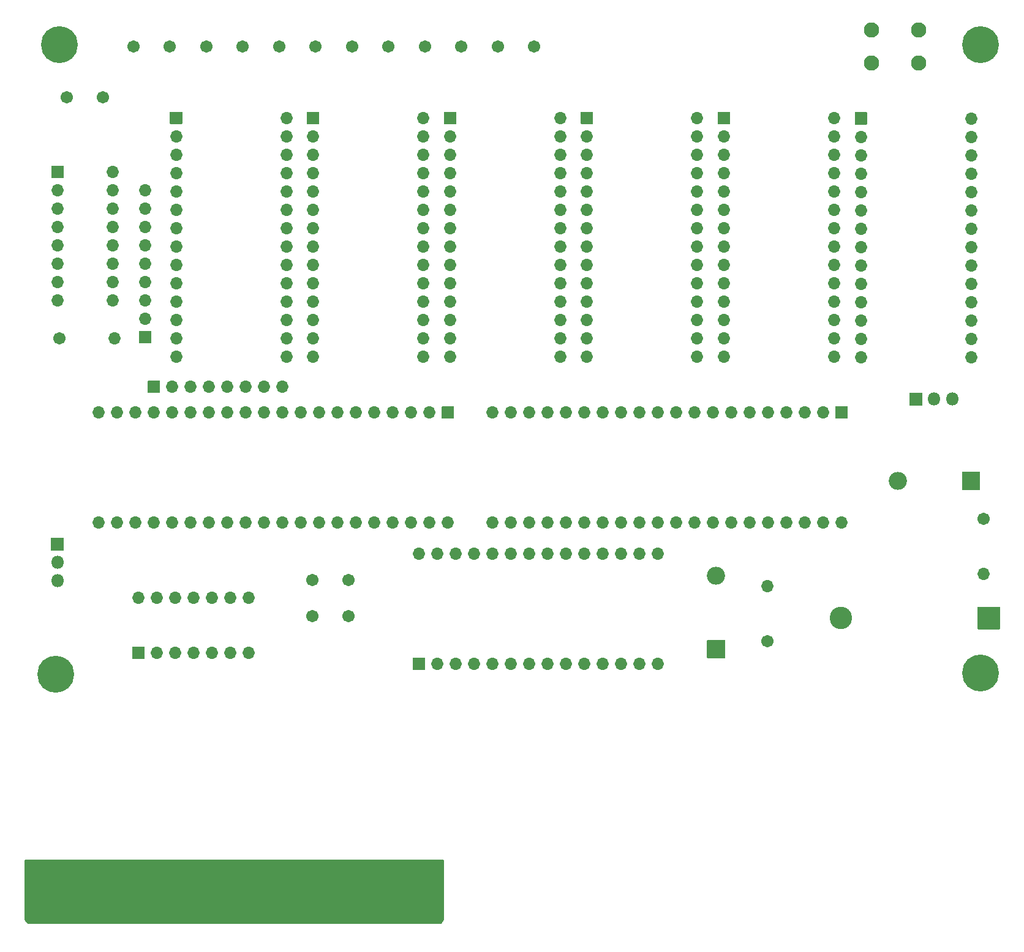
<source format=gts>
G04 #@! TF.GenerationSoftware,KiCad,Pcbnew,(5.1.9)-1*
G04 #@! TF.CreationDate,2023-04-19T14:15:06+01:00*
G04 #@! TF.ProjectId,C64RAMCart,43363452-414d-4436-9172-742e6b696361,rev?*
G04 #@! TF.SameCoordinates,Original*
G04 #@! TF.FileFunction,Soldermask,Top*
G04 #@! TF.FilePolarity,Negative*
%FSLAX46Y46*%
G04 Gerber Fmt 4.6, Leading zero omitted, Abs format (unit mm)*
G04 Created by KiCad (PCBNEW (5.1.9)-1) date 2023-04-19 14:15:06*
%MOMM*%
%LPD*%
G01*
G04 APERTURE LIST*
%ADD10C,3.102000*%
%ADD11C,1.702000*%
%ADD12C,2.102000*%
%ADD13O,2.502000X2.502000*%
%ADD14O,1.702000X1.702000*%
%ADD15O,1.802000X1.802000*%
%ADD16C,5.100000*%
%ADD17C,0.254000*%
%ADD18C,0.100000*%
G04 APERTURE END LIST*
G36*
G01*
X214930000Y-117970000D02*
X214930000Y-120970000D01*
G75*
G02*
X214879000Y-121021000I-51000J0D01*
G01*
X211879000Y-121021000D01*
G75*
G02*
X211828000Y-120970000I0J51000D01*
G01*
X211828000Y-117970000D01*
G75*
G02*
X211879000Y-117919000I51000J0D01*
G01*
X214879000Y-117919000D01*
G75*
G02*
X214930000Y-117970000I0J-51000D01*
G01*
G37*
D10*
X192889000Y-119470000D03*
D11*
X145504000Y-40370000D03*
X150504000Y-40370000D03*
X135424000Y-40370000D03*
X140424000Y-40370000D03*
X125344000Y-40370000D03*
X130344000Y-40370000D03*
X115264000Y-40370000D03*
X120264000Y-40370000D03*
X105184000Y-40370000D03*
X110184000Y-40370000D03*
X100104000Y-40370000D03*
X95104000Y-40370000D03*
D12*
X197204000Y-42620000D03*
X197204000Y-38120000D03*
X203704000Y-42620000D03*
X203704000Y-38120000D03*
G36*
G01*
X134904000Y-161432000D02*
X134904000Y-153432000D01*
G75*
G02*
X134955000Y-153381000I51000J0D01*
G01*
X136455000Y-153381000D01*
G75*
G02*
X136506000Y-153432000I0J-51000D01*
G01*
X136506000Y-161432000D01*
G75*
G02*
X136455000Y-161483000I-51000J0D01*
G01*
X134955000Y-161483000D01*
G75*
G02*
X134904000Y-161432000I0J51000D01*
G01*
G37*
G36*
G01*
X132364000Y-161432000D02*
X132364000Y-153432000D01*
G75*
G02*
X132415000Y-153381000I51000J0D01*
G01*
X133915000Y-153381000D01*
G75*
G02*
X133966000Y-153432000I0J-51000D01*
G01*
X133966000Y-161432000D01*
G75*
G02*
X133915000Y-161483000I-51000J0D01*
G01*
X132415000Y-161483000D01*
G75*
G02*
X132364000Y-161432000I0J51000D01*
G01*
G37*
G36*
G01*
X129824000Y-161432000D02*
X129824000Y-153432000D01*
G75*
G02*
X129875000Y-153381000I51000J0D01*
G01*
X131375000Y-153381000D01*
G75*
G02*
X131426000Y-153432000I0J-51000D01*
G01*
X131426000Y-161432000D01*
G75*
G02*
X131375000Y-161483000I-51000J0D01*
G01*
X129875000Y-161483000D01*
G75*
G02*
X129824000Y-161432000I0J51000D01*
G01*
G37*
G36*
G01*
X127284000Y-161432000D02*
X127284000Y-153432000D01*
G75*
G02*
X127335000Y-153381000I51000J0D01*
G01*
X128835000Y-153381000D01*
G75*
G02*
X128886000Y-153432000I0J-51000D01*
G01*
X128886000Y-161432000D01*
G75*
G02*
X128835000Y-161483000I-51000J0D01*
G01*
X127335000Y-161483000D01*
G75*
G02*
X127284000Y-161432000I0J51000D01*
G01*
G37*
G36*
G01*
X124744000Y-161432000D02*
X124744000Y-153432000D01*
G75*
G02*
X124795000Y-153381000I51000J0D01*
G01*
X126295000Y-153381000D01*
G75*
G02*
X126346000Y-153432000I0J-51000D01*
G01*
X126346000Y-161432000D01*
G75*
G02*
X126295000Y-161483000I-51000J0D01*
G01*
X124795000Y-161483000D01*
G75*
G02*
X124744000Y-161432000I0J51000D01*
G01*
G37*
G36*
G01*
X122204000Y-161432000D02*
X122204000Y-153432000D01*
G75*
G02*
X122255000Y-153381000I51000J0D01*
G01*
X123755000Y-153381000D01*
G75*
G02*
X123806000Y-153432000I0J-51000D01*
G01*
X123806000Y-161432000D01*
G75*
G02*
X123755000Y-161483000I-51000J0D01*
G01*
X122255000Y-161483000D01*
G75*
G02*
X122204000Y-161432000I0J51000D01*
G01*
G37*
G36*
G01*
X119664000Y-161432000D02*
X119664000Y-153432000D01*
G75*
G02*
X119715000Y-153381000I51000J0D01*
G01*
X121215000Y-153381000D01*
G75*
G02*
X121266000Y-153432000I0J-51000D01*
G01*
X121266000Y-161432000D01*
G75*
G02*
X121215000Y-161483000I-51000J0D01*
G01*
X119715000Y-161483000D01*
G75*
G02*
X119664000Y-161432000I0J51000D01*
G01*
G37*
G36*
G01*
X117124000Y-161432000D02*
X117124000Y-153432000D01*
G75*
G02*
X117175000Y-153381000I51000J0D01*
G01*
X118675000Y-153381000D01*
G75*
G02*
X118726000Y-153432000I0J-51000D01*
G01*
X118726000Y-161432000D01*
G75*
G02*
X118675000Y-161483000I-51000J0D01*
G01*
X117175000Y-161483000D01*
G75*
G02*
X117124000Y-161432000I0J51000D01*
G01*
G37*
G36*
G01*
X114584000Y-161432000D02*
X114584000Y-153432000D01*
G75*
G02*
X114635000Y-153381000I51000J0D01*
G01*
X116135000Y-153381000D01*
G75*
G02*
X116186000Y-153432000I0J-51000D01*
G01*
X116186000Y-161432000D01*
G75*
G02*
X116135000Y-161483000I-51000J0D01*
G01*
X114635000Y-161483000D01*
G75*
G02*
X114584000Y-161432000I0J51000D01*
G01*
G37*
G36*
G01*
X112044000Y-161432000D02*
X112044000Y-153432000D01*
G75*
G02*
X112095000Y-153381000I51000J0D01*
G01*
X113595000Y-153381000D01*
G75*
G02*
X113646000Y-153432000I0J-51000D01*
G01*
X113646000Y-161432000D01*
G75*
G02*
X113595000Y-161483000I-51000J0D01*
G01*
X112095000Y-161483000D01*
G75*
G02*
X112044000Y-161432000I0J51000D01*
G01*
G37*
G36*
G01*
X109504000Y-161432000D02*
X109504000Y-153432000D01*
G75*
G02*
X109555000Y-153381000I51000J0D01*
G01*
X111055000Y-153381000D01*
G75*
G02*
X111106000Y-153432000I0J-51000D01*
G01*
X111106000Y-161432000D01*
G75*
G02*
X111055000Y-161483000I-51000J0D01*
G01*
X109555000Y-161483000D01*
G75*
G02*
X109504000Y-161432000I0J51000D01*
G01*
G37*
G36*
G01*
X106964000Y-161432000D02*
X106964000Y-153432000D01*
G75*
G02*
X107015000Y-153381000I51000J0D01*
G01*
X108515000Y-153381000D01*
G75*
G02*
X108566000Y-153432000I0J-51000D01*
G01*
X108566000Y-161432000D01*
G75*
G02*
X108515000Y-161483000I-51000J0D01*
G01*
X107015000Y-161483000D01*
G75*
G02*
X106964000Y-161432000I0J51000D01*
G01*
G37*
G36*
G01*
X104424000Y-161432000D02*
X104424000Y-153432000D01*
G75*
G02*
X104475000Y-153381000I51000J0D01*
G01*
X105975000Y-153381000D01*
G75*
G02*
X106026000Y-153432000I0J-51000D01*
G01*
X106026000Y-161432000D01*
G75*
G02*
X105975000Y-161483000I-51000J0D01*
G01*
X104475000Y-161483000D01*
G75*
G02*
X104424000Y-161432000I0J51000D01*
G01*
G37*
G36*
G01*
X101884000Y-161432000D02*
X101884000Y-153432000D01*
G75*
G02*
X101935000Y-153381000I51000J0D01*
G01*
X103435000Y-153381000D01*
G75*
G02*
X103486000Y-153432000I0J-51000D01*
G01*
X103486000Y-161432000D01*
G75*
G02*
X103435000Y-161483000I-51000J0D01*
G01*
X101935000Y-161483000D01*
G75*
G02*
X101884000Y-161432000I0J51000D01*
G01*
G37*
G36*
G01*
X99344000Y-161432000D02*
X99344000Y-153432000D01*
G75*
G02*
X99395000Y-153381000I51000J0D01*
G01*
X100895000Y-153381000D01*
G75*
G02*
X100946000Y-153432000I0J-51000D01*
G01*
X100946000Y-161432000D01*
G75*
G02*
X100895000Y-161483000I-51000J0D01*
G01*
X99395000Y-161483000D01*
G75*
G02*
X99344000Y-161432000I0J51000D01*
G01*
G37*
G36*
G01*
X96804000Y-161432000D02*
X96804000Y-153432000D01*
G75*
G02*
X96855000Y-153381000I51000J0D01*
G01*
X98355000Y-153381000D01*
G75*
G02*
X98406000Y-153432000I0J-51000D01*
G01*
X98406000Y-161432000D01*
G75*
G02*
X98355000Y-161483000I-51000J0D01*
G01*
X96855000Y-161483000D01*
G75*
G02*
X96804000Y-161432000I0J51000D01*
G01*
G37*
G36*
G01*
X94264000Y-161432000D02*
X94264000Y-153432000D01*
G75*
G02*
X94315000Y-153381000I51000J0D01*
G01*
X95815000Y-153381000D01*
G75*
G02*
X95866000Y-153432000I0J-51000D01*
G01*
X95866000Y-161432000D01*
G75*
G02*
X95815000Y-161483000I-51000J0D01*
G01*
X94315000Y-161483000D01*
G75*
G02*
X94264000Y-161432000I0J51000D01*
G01*
G37*
G36*
G01*
X91724000Y-161432000D02*
X91724000Y-153432000D01*
G75*
G02*
X91775000Y-153381000I51000J0D01*
G01*
X93275000Y-153381000D01*
G75*
G02*
X93326000Y-153432000I0J-51000D01*
G01*
X93326000Y-161432000D01*
G75*
G02*
X93275000Y-161483000I-51000J0D01*
G01*
X91775000Y-161483000D01*
G75*
G02*
X91724000Y-161432000I0J51000D01*
G01*
G37*
G36*
G01*
X89184000Y-161432000D02*
X89184000Y-153432000D01*
G75*
G02*
X89235000Y-153381000I51000J0D01*
G01*
X90735000Y-153381000D01*
G75*
G02*
X90786000Y-153432000I0J-51000D01*
G01*
X90786000Y-161432000D01*
G75*
G02*
X90735000Y-161483000I-51000J0D01*
G01*
X89235000Y-161483000D01*
G75*
G02*
X89184000Y-161432000I0J51000D01*
G01*
G37*
G36*
G01*
X86644000Y-161432000D02*
X86644000Y-153432000D01*
G75*
G02*
X86695000Y-153381000I51000J0D01*
G01*
X88195000Y-153381000D01*
G75*
G02*
X88246000Y-153432000I0J-51000D01*
G01*
X88246000Y-161432000D01*
G75*
G02*
X88195000Y-161483000I-51000J0D01*
G01*
X86695000Y-161483000D01*
G75*
G02*
X86644000Y-161432000I0J51000D01*
G01*
G37*
G36*
G01*
X84104000Y-161432000D02*
X84104000Y-153432000D01*
G75*
G02*
X84155000Y-153381000I51000J0D01*
G01*
X85655000Y-153381000D01*
G75*
G02*
X85706000Y-153432000I0J-51000D01*
G01*
X85706000Y-161432000D01*
G75*
G02*
X85655000Y-161483000I-51000J0D01*
G01*
X84155000Y-161483000D01*
G75*
G02*
X84104000Y-161432000I0J51000D01*
G01*
G37*
G36*
G01*
X81564000Y-161432000D02*
X81564000Y-153432000D01*
G75*
G02*
X81615000Y-153381000I51000J0D01*
G01*
X83115000Y-153381000D01*
G75*
G02*
X83166000Y-153432000I0J-51000D01*
G01*
X83166000Y-161432000D01*
G75*
G02*
X83115000Y-161483000I-51000J0D01*
G01*
X81615000Y-161483000D01*
G75*
G02*
X81564000Y-161432000I0J51000D01*
G01*
G37*
G36*
G01*
X134904000Y-161432000D02*
X134904000Y-153432000D01*
G75*
G02*
X134955000Y-153381000I51000J0D01*
G01*
X136455000Y-153381000D01*
G75*
G02*
X136506000Y-153432000I0J-51000D01*
G01*
X136506000Y-161432000D01*
G75*
G02*
X136455000Y-161483000I-51000J0D01*
G01*
X134955000Y-161483000D01*
G75*
G02*
X134904000Y-161432000I0J51000D01*
G01*
G37*
G36*
G01*
X132364000Y-161432000D02*
X132364000Y-153432000D01*
G75*
G02*
X132415000Y-153381000I51000J0D01*
G01*
X133915000Y-153381000D01*
G75*
G02*
X133966000Y-153432000I0J-51000D01*
G01*
X133966000Y-161432000D01*
G75*
G02*
X133915000Y-161483000I-51000J0D01*
G01*
X132415000Y-161483000D01*
G75*
G02*
X132364000Y-161432000I0J51000D01*
G01*
G37*
G36*
G01*
X129824000Y-161432000D02*
X129824000Y-153432000D01*
G75*
G02*
X129875000Y-153381000I51000J0D01*
G01*
X131375000Y-153381000D01*
G75*
G02*
X131426000Y-153432000I0J-51000D01*
G01*
X131426000Y-161432000D01*
G75*
G02*
X131375000Y-161483000I-51000J0D01*
G01*
X129875000Y-161483000D01*
G75*
G02*
X129824000Y-161432000I0J51000D01*
G01*
G37*
G36*
G01*
X127284000Y-161432000D02*
X127284000Y-153432000D01*
G75*
G02*
X127335000Y-153381000I51000J0D01*
G01*
X128835000Y-153381000D01*
G75*
G02*
X128886000Y-153432000I0J-51000D01*
G01*
X128886000Y-161432000D01*
G75*
G02*
X128835000Y-161483000I-51000J0D01*
G01*
X127335000Y-161483000D01*
G75*
G02*
X127284000Y-161432000I0J51000D01*
G01*
G37*
G36*
G01*
X124744000Y-161432000D02*
X124744000Y-153432000D01*
G75*
G02*
X124795000Y-153381000I51000J0D01*
G01*
X126295000Y-153381000D01*
G75*
G02*
X126346000Y-153432000I0J-51000D01*
G01*
X126346000Y-161432000D01*
G75*
G02*
X126295000Y-161483000I-51000J0D01*
G01*
X124795000Y-161483000D01*
G75*
G02*
X124744000Y-161432000I0J51000D01*
G01*
G37*
G36*
G01*
X122204000Y-161432000D02*
X122204000Y-153432000D01*
G75*
G02*
X122255000Y-153381000I51000J0D01*
G01*
X123755000Y-153381000D01*
G75*
G02*
X123806000Y-153432000I0J-51000D01*
G01*
X123806000Y-161432000D01*
G75*
G02*
X123755000Y-161483000I-51000J0D01*
G01*
X122255000Y-161483000D01*
G75*
G02*
X122204000Y-161432000I0J51000D01*
G01*
G37*
G36*
G01*
X119664000Y-161432000D02*
X119664000Y-153432000D01*
G75*
G02*
X119715000Y-153381000I51000J0D01*
G01*
X121215000Y-153381000D01*
G75*
G02*
X121266000Y-153432000I0J-51000D01*
G01*
X121266000Y-161432000D01*
G75*
G02*
X121215000Y-161483000I-51000J0D01*
G01*
X119715000Y-161483000D01*
G75*
G02*
X119664000Y-161432000I0J51000D01*
G01*
G37*
G36*
G01*
X117124000Y-161432000D02*
X117124000Y-153432000D01*
G75*
G02*
X117175000Y-153381000I51000J0D01*
G01*
X118675000Y-153381000D01*
G75*
G02*
X118726000Y-153432000I0J-51000D01*
G01*
X118726000Y-161432000D01*
G75*
G02*
X118675000Y-161483000I-51000J0D01*
G01*
X117175000Y-161483000D01*
G75*
G02*
X117124000Y-161432000I0J51000D01*
G01*
G37*
G36*
G01*
X114584000Y-161432000D02*
X114584000Y-153432000D01*
G75*
G02*
X114635000Y-153381000I51000J0D01*
G01*
X116135000Y-153381000D01*
G75*
G02*
X116186000Y-153432000I0J-51000D01*
G01*
X116186000Y-161432000D01*
G75*
G02*
X116135000Y-161483000I-51000J0D01*
G01*
X114635000Y-161483000D01*
G75*
G02*
X114584000Y-161432000I0J51000D01*
G01*
G37*
G36*
G01*
X112044000Y-161432000D02*
X112044000Y-153432000D01*
G75*
G02*
X112095000Y-153381000I51000J0D01*
G01*
X113595000Y-153381000D01*
G75*
G02*
X113646000Y-153432000I0J-51000D01*
G01*
X113646000Y-161432000D01*
G75*
G02*
X113595000Y-161483000I-51000J0D01*
G01*
X112095000Y-161483000D01*
G75*
G02*
X112044000Y-161432000I0J51000D01*
G01*
G37*
G36*
G01*
X109504000Y-161432000D02*
X109504000Y-153432000D01*
G75*
G02*
X109555000Y-153381000I51000J0D01*
G01*
X111055000Y-153381000D01*
G75*
G02*
X111106000Y-153432000I0J-51000D01*
G01*
X111106000Y-161432000D01*
G75*
G02*
X111055000Y-161483000I-51000J0D01*
G01*
X109555000Y-161483000D01*
G75*
G02*
X109504000Y-161432000I0J51000D01*
G01*
G37*
G36*
G01*
X106964000Y-161432000D02*
X106964000Y-153432000D01*
G75*
G02*
X107015000Y-153381000I51000J0D01*
G01*
X108515000Y-153381000D01*
G75*
G02*
X108566000Y-153432000I0J-51000D01*
G01*
X108566000Y-161432000D01*
G75*
G02*
X108515000Y-161483000I-51000J0D01*
G01*
X107015000Y-161483000D01*
G75*
G02*
X106964000Y-161432000I0J51000D01*
G01*
G37*
G36*
G01*
X104424000Y-161432000D02*
X104424000Y-153432000D01*
G75*
G02*
X104475000Y-153381000I51000J0D01*
G01*
X105975000Y-153381000D01*
G75*
G02*
X106026000Y-153432000I0J-51000D01*
G01*
X106026000Y-161432000D01*
G75*
G02*
X105975000Y-161483000I-51000J0D01*
G01*
X104475000Y-161483000D01*
G75*
G02*
X104424000Y-161432000I0J51000D01*
G01*
G37*
G36*
G01*
X101884000Y-161432000D02*
X101884000Y-153432000D01*
G75*
G02*
X101935000Y-153381000I51000J0D01*
G01*
X103435000Y-153381000D01*
G75*
G02*
X103486000Y-153432000I0J-51000D01*
G01*
X103486000Y-161432000D01*
G75*
G02*
X103435000Y-161483000I-51000J0D01*
G01*
X101935000Y-161483000D01*
G75*
G02*
X101884000Y-161432000I0J51000D01*
G01*
G37*
G36*
G01*
X99344000Y-161432000D02*
X99344000Y-153432000D01*
G75*
G02*
X99395000Y-153381000I51000J0D01*
G01*
X100895000Y-153381000D01*
G75*
G02*
X100946000Y-153432000I0J-51000D01*
G01*
X100946000Y-161432000D01*
G75*
G02*
X100895000Y-161483000I-51000J0D01*
G01*
X99395000Y-161483000D01*
G75*
G02*
X99344000Y-161432000I0J51000D01*
G01*
G37*
G36*
G01*
X96804000Y-161432000D02*
X96804000Y-153432000D01*
G75*
G02*
X96855000Y-153381000I51000J0D01*
G01*
X98355000Y-153381000D01*
G75*
G02*
X98406000Y-153432000I0J-51000D01*
G01*
X98406000Y-161432000D01*
G75*
G02*
X98355000Y-161483000I-51000J0D01*
G01*
X96855000Y-161483000D01*
G75*
G02*
X96804000Y-161432000I0J51000D01*
G01*
G37*
G36*
G01*
X94264000Y-161432000D02*
X94264000Y-153432000D01*
G75*
G02*
X94315000Y-153381000I51000J0D01*
G01*
X95815000Y-153381000D01*
G75*
G02*
X95866000Y-153432000I0J-51000D01*
G01*
X95866000Y-161432000D01*
G75*
G02*
X95815000Y-161483000I-51000J0D01*
G01*
X94315000Y-161483000D01*
G75*
G02*
X94264000Y-161432000I0J51000D01*
G01*
G37*
G36*
G01*
X91724000Y-161432000D02*
X91724000Y-153432000D01*
G75*
G02*
X91775000Y-153381000I51000J0D01*
G01*
X93275000Y-153381000D01*
G75*
G02*
X93326000Y-153432000I0J-51000D01*
G01*
X93326000Y-161432000D01*
G75*
G02*
X93275000Y-161483000I-51000J0D01*
G01*
X91775000Y-161483000D01*
G75*
G02*
X91724000Y-161432000I0J51000D01*
G01*
G37*
G36*
G01*
X89184000Y-161432000D02*
X89184000Y-153432000D01*
G75*
G02*
X89235000Y-153381000I51000J0D01*
G01*
X90735000Y-153381000D01*
G75*
G02*
X90786000Y-153432000I0J-51000D01*
G01*
X90786000Y-161432000D01*
G75*
G02*
X90735000Y-161483000I-51000J0D01*
G01*
X89235000Y-161483000D01*
G75*
G02*
X89184000Y-161432000I0J51000D01*
G01*
G37*
G36*
G01*
X86644000Y-161432000D02*
X86644000Y-153432000D01*
G75*
G02*
X86695000Y-153381000I51000J0D01*
G01*
X88195000Y-153381000D01*
G75*
G02*
X88246000Y-153432000I0J-51000D01*
G01*
X88246000Y-161432000D01*
G75*
G02*
X88195000Y-161483000I-51000J0D01*
G01*
X86695000Y-161483000D01*
G75*
G02*
X86644000Y-161432000I0J51000D01*
G01*
G37*
G36*
G01*
X84104000Y-161432000D02*
X84104000Y-153432000D01*
G75*
G02*
X84155000Y-153381000I51000J0D01*
G01*
X85655000Y-153381000D01*
G75*
G02*
X85706000Y-153432000I0J-51000D01*
G01*
X85706000Y-161432000D01*
G75*
G02*
X85655000Y-161483000I-51000J0D01*
G01*
X84155000Y-161483000D01*
G75*
G02*
X84104000Y-161432000I0J51000D01*
G01*
G37*
G36*
G01*
X81564000Y-161432000D02*
X81564000Y-153432000D01*
G75*
G02*
X81615000Y-153381000I51000J0D01*
G01*
X83115000Y-153381000D01*
G75*
G02*
X83166000Y-153432000I0J-51000D01*
G01*
X83166000Y-161432000D01*
G75*
G02*
X83115000Y-161483000I-51000J0D01*
G01*
X81615000Y-161483000D01*
G75*
G02*
X81564000Y-161432000I0J51000D01*
G01*
G37*
D11*
X85879000Y-47420000D03*
X90879000Y-47420000D03*
X119819000Y-114215000D03*
X124819000Y-114215000D03*
D13*
X200769000Y-100470000D03*
G36*
G01*
X212180000Y-99270000D02*
X212180000Y-101670000D01*
G75*
G02*
X212129000Y-101721000I-51000J0D01*
G01*
X209729000Y-101721000D01*
G75*
G02*
X209678000Y-101670000I0J51000D01*
G01*
X209678000Y-99270000D01*
G75*
G02*
X209729000Y-99219000I51000J0D01*
G01*
X212129000Y-99219000D01*
G75*
G02*
X212180000Y-99270000I0J-51000D01*
G01*
G37*
G36*
G01*
X176879000Y-124996000D02*
X174479000Y-124996000D01*
G75*
G02*
X174428000Y-124945000I0J51000D01*
G01*
X174428000Y-122545000D01*
G75*
G02*
X174479000Y-122494000I51000J0D01*
G01*
X176879000Y-122494000D01*
G75*
G02*
X176930000Y-122545000I0J-51000D01*
G01*
X176930000Y-124945000D01*
G75*
G02*
X176879000Y-124996000I-51000J0D01*
G01*
G37*
X175679000Y-113585000D03*
D11*
X182754000Y-122645000D03*
D14*
X182754000Y-115025000D03*
G36*
G01*
X204124000Y-90071000D02*
X202424000Y-90071000D01*
G75*
G02*
X202373000Y-90020000I0J51000D01*
G01*
X202373000Y-88320000D01*
G75*
G02*
X202424000Y-88269000I51000J0D01*
G01*
X204124000Y-88269000D01*
G75*
G02*
X204175000Y-88320000I0J-51000D01*
G01*
X204175000Y-90020000D01*
G75*
G02*
X204124000Y-90071000I-51000J0D01*
G01*
G37*
D15*
X205814000Y-89170000D03*
X208354000Y-89170000D03*
G36*
G01*
X96619000Y-125136000D02*
X95019000Y-125136000D01*
G75*
G02*
X94968000Y-125085000I0J51000D01*
G01*
X94968000Y-123485000D01*
G75*
G02*
X95019000Y-123434000I51000J0D01*
G01*
X96619000Y-123434000D01*
G75*
G02*
X96670000Y-123485000I0J-51000D01*
G01*
X96670000Y-125085000D01*
G75*
G02*
X96619000Y-125136000I-51000J0D01*
G01*
G37*
D14*
X111059000Y-116665000D03*
X98359000Y-124285000D03*
X108519000Y-116665000D03*
X100899000Y-124285000D03*
X105979000Y-116665000D03*
X103439000Y-124285000D03*
X103439000Y-116665000D03*
X105979000Y-124285000D03*
X100899000Y-116665000D03*
X108519000Y-124285000D03*
X98359000Y-116665000D03*
X111059000Y-124285000D03*
X95819000Y-116665000D03*
D11*
X119819000Y-119195000D03*
X124819000Y-119195000D03*
D14*
X212679000Y-113340000D03*
D11*
X212679000Y-105720000D03*
X84879000Y-80720000D03*
D14*
X92499000Y-80720000D03*
G36*
G01*
X97539000Y-81456000D02*
X95939000Y-81456000D01*
G75*
G02*
X95888000Y-81405000I0J51000D01*
G01*
X95888000Y-79805000D01*
G75*
G02*
X95939000Y-79754000I51000J0D01*
G01*
X97539000Y-79754000D01*
G75*
G02*
X97590000Y-79805000I0J-51000D01*
G01*
X97590000Y-81405000D01*
G75*
G02*
X97539000Y-81456000I-51000J0D01*
G01*
G37*
X96739000Y-78065000D03*
X96739000Y-75525000D03*
X96739000Y-72985000D03*
X96739000Y-70445000D03*
X96739000Y-67905000D03*
X96739000Y-65365000D03*
X96739000Y-62825000D03*
X96739000Y-60285000D03*
G36*
G01*
X97098999Y-88275000D02*
X97098999Y-86675000D01*
G75*
G02*
X97149999Y-86624000I51000J0D01*
G01*
X98749999Y-86624000D01*
G75*
G02*
X98800999Y-86675000I0J-51000D01*
G01*
X98800999Y-88275000D01*
G75*
G02*
X98749999Y-88326000I-51000J0D01*
G01*
X97149999Y-88326000D01*
G75*
G02*
X97098999Y-88275000I0J51000D01*
G01*
G37*
X100489999Y-87475000D03*
X103029999Y-87475000D03*
X105569999Y-87475000D03*
X108109999Y-87475000D03*
X110649999Y-87475000D03*
X113189999Y-87475000D03*
X115729999Y-87475000D03*
D15*
X84619000Y-114305000D03*
X84619000Y-111765000D03*
G36*
G01*
X83718000Y-110075000D02*
X83718000Y-108375000D01*
G75*
G02*
X83769000Y-108324000I51000J0D01*
G01*
X85469000Y-108324000D01*
G75*
G02*
X85520000Y-108375000I0J-51000D01*
G01*
X85520000Y-110075000D01*
G75*
G02*
X85469000Y-110126000I-51000J0D01*
G01*
X83769000Y-110126000D01*
G75*
G02*
X83718000Y-110075000I0J51000D01*
G01*
G37*
G36*
G01*
X83778000Y-58545000D02*
X83778000Y-56945000D01*
G75*
G02*
X83829000Y-56894000I51000J0D01*
G01*
X85429000Y-56894000D01*
G75*
G02*
X85480000Y-56945000I0J-51000D01*
G01*
X85480000Y-58545000D01*
G75*
G02*
X85429000Y-58596000I-51000J0D01*
G01*
X83829000Y-58596000D01*
G75*
G02*
X83778000Y-58545000I0J51000D01*
G01*
G37*
D14*
X92249000Y-75525000D03*
X84629000Y-60285000D03*
X92249000Y-72985000D03*
X84629000Y-62825000D03*
X92249000Y-70445000D03*
X84629000Y-65365000D03*
X92249000Y-67905000D03*
X84629000Y-67905000D03*
X92249000Y-65365000D03*
X84629000Y-70445000D03*
X92249000Y-62825000D03*
X84629000Y-72985000D03*
X92249000Y-60285000D03*
X84629000Y-75525000D03*
X92249000Y-57745000D03*
G36*
G01*
X135409000Y-126636000D02*
X133809000Y-126636000D01*
G75*
G02*
X133758000Y-126585000I0J51000D01*
G01*
X133758000Y-124985000D01*
G75*
G02*
X133809000Y-124934000I51000J0D01*
G01*
X135409000Y-124934000D01*
G75*
G02*
X135460000Y-124985000I0J-51000D01*
G01*
X135460000Y-126585000D01*
G75*
G02*
X135409000Y-126636000I-51000J0D01*
G01*
G37*
X167629000Y-110545000D03*
X137149000Y-125785000D03*
X165089000Y-110545000D03*
X139689000Y-125785000D03*
X162549000Y-110545000D03*
X142229000Y-125785000D03*
X160009000Y-110545000D03*
X144769000Y-125785000D03*
X157469000Y-110545000D03*
X147309000Y-125785000D03*
X154929000Y-110545000D03*
X149849000Y-125785000D03*
X152389000Y-110545000D03*
X152389000Y-125785000D03*
X149849000Y-110545000D03*
X154929000Y-125785000D03*
X147309000Y-110545000D03*
X157469000Y-125785000D03*
X144769000Y-110545000D03*
X160009000Y-125785000D03*
X142229000Y-110545000D03*
X162549000Y-125785000D03*
X139689000Y-110545000D03*
X165089000Y-125785000D03*
X137149000Y-110545000D03*
X167629000Y-125785000D03*
X134609000Y-110545000D03*
G36*
G01*
X137789999Y-90169000D02*
X139389999Y-90169000D01*
G75*
G02*
X139440999Y-90220000I0J-51000D01*
G01*
X139440999Y-91820000D01*
G75*
G02*
X139389999Y-91871000I-51000J0D01*
G01*
X137789999Y-91871000D01*
G75*
G02*
X137738999Y-91820000I0J51000D01*
G01*
X137738999Y-90220000D01*
G75*
G02*
X137789999Y-90169000I51000J0D01*
G01*
G37*
X90329999Y-106260000D03*
X136049999Y-91020000D03*
X92869999Y-106260000D03*
X133509999Y-91020000D03*
X95409999Y-106260000D03*
X130969999Y-91020000D03*
X97949999Y-106260000D03*
X128429999Y-91020000D03*
X100489999Y-106260000D03*
X125889999Y-91020000D03*
X103029999Y-106260000D03*
X123349999Y-91020000D03*
X105569999Y-106260000D03*
X120809999Y-91020000D03*
X108109999Y-106260000D03*
X118269999Y-91020000D03*
X110649999Y-106260000D03*
X115729999Y-91020000D03*
X113189999Y-106260000D03*
X113189999Y-91020000D03*
X115729999Y-106260000D03*
X110649999Y-91020000D03*
X118269999Y-106260000D03*
X108109999Y-91020000D03*
X120809999Y-106260000D03*
X105569999Y-91020000D03*
X123349999Y-106260000D03*
X103029999Y-91020000D03*
X125889999Y-106260000D03*
X100489999Y-91020000D03*
X128429999Y-106260000D03*
X97949999Y-91020000D03*
X130969999Y-106260000D03*
X95409999Y-91020000D03*
X133509999Y-106260000D03*
X92869999Y-91020000D03*
X136049999Y-106260000D03*
X90329999Y-91020000D03*
X138589999Y-106260000D03*
X193029000Y-106260000D03*
X144769000Y-91020000D03*
X190489000Y-106260000D03*
X147309000Y-91020000D03*
X187949000Y-106260000D03*
X149849000Y-91020000D03*
X185409000Y-106260000D03*
X152389000Y-91020000D03*
X182869000Y-106260000D03*
X154929000Y-91020000D03*
X180329000Y-106260000D03*
X157469000Y-91020000D03*
X177789000Y-106260000D03*
X160009000Y-91020000D03*
X175249000Y-106260000D03*
X162549000Y-91020000D03*
X172709000Y-106260000D03*
X165089000Y-91020000D03*
X170169000Y-106260000D03*
X167629000Y-91020000D03*
X167629000Y-106260000D03*
X170169000Y-91020000D03*
X165089000Y-106260000D03*
X172709000Y-91020000D03*
X162549000Y-106260000D03*
X175249000Y-91020000D03*
X160009000Y-106260000D03*
X177789000Y-91020000D03*
X157469000Y-106260000D03*
X180329000Y-91020000D03*
X154929000Y-106260000D03*
X182869000Y-91020000D03*
X152389000Y-106260000D03*
X185409000Y-91020000D03*
X149849000Y-106260000D03*
X187949000Y-91020000D03*
X147309000Y-106260000D03*
X190489000Y-91020000D03*
X144769000Y-106260000D03*
G36*
G01*
X192229000Y-90169000D02*
X193829000Y-90169000D01*
G75*
G02*
X193880000Y-90220000I0J-51000D01*
G01*
X193880000Y-91820000D01*
G75*
G02*
X193829000Y-91871000I-51000J0D01*
G01*
X192229000Y-91871000D01*
G75*
G02*
X192178000Y-91820000I0J51000D01*
G01*
X192178000Y-90220000D01*
G75*
G02*
X192229000Y-90169000I51000J0D01*
G01*
G37*
G36*
G01*
X100173001Y-51050001D02*
X100173001Y-49450001D01*
G75*
G02*
X100224001Y-49399001I51000J0D01*
G01*
X101824001Y-49399001D01*
G75*
G02*
X101875001Y-49450001I0J-51000D01*
G01*
X101875001Y-51050001D01*
G75*
G02*
X101824001Y-51101001I-51000J0D01*
G01*
X100224001Y-51101001D01*
G75*
G02*
X100173001Y-51050001I0J51000D01*
G01*
G37*
X116264001Y-83270001D03*
X101024001Y-52790001D03*
X116264001Y-80730001D03*
X101024001Y-55330001D03*
X116264001Y-78190001D03*
X101024001Y-57870001D03*
X116264001Y-75650001D03*
X101024001Y-60410001D03*
X116264001Y-73110001D03*
X101024001Y-62950001D03*
X116264001Y-70570001D03*
X101024001Y-65490001D03*
X116264001Y-68030001D03*
X101024001Y-68030001D03*
X116264001Y-65490001D03*
X101024001Y-70570001D03*
X116264001Y-62950001D03*
X101024001Y-73110001D03*
X116264001Y-60410001D03*
X101024001Y-75650001D03*
X116264001Y-57870001D03*
X101024001Y-78190001D03*
X116264001Y-55330001D03*
X101024001Y-80730001D03*
X116264001Y-52790001D03*
X101024001Y-83270001D03*
X116264001Y-50250001D03*
X135197000Y-50250001D03*
X119957000Y-83270001D03*
X135197000Y-52790001D03*
X119957000Y-80730001D03*
X135197000Y-55330001D03*
X119957000Y-78190001D03*
X135197000Y-57870001D03*
X119957000Y-75650001D03*
X135197000Y-60410001D03*
X119957000Y-73110001D03*
X135197000Y-62950001D03*
X119957000Y-70570001D03*
X135197000Y-65490001D03*
X119957000Y-68030001D03*
X135197000Y-68030001D03*
X119957000Y-65490001D03*
X135197000Y-70570001D03*
X119957000Y-62950001D03*
X135197000Y-73110001D03*
X119957000Y-60410001D03*
X135197000Y-75650001D03*
X119957000Y-57870001D03*
X135197000Y-78190001D03*
X119957000Y-55330001D03*
X135197000Y-80730001D03*
X119957000Y-52790001D03*
X135197000Y-83270001D03*
G36*
G01*
X119106000Y-51050001D02*
X119106000Y-49450001D01*
G75*
G02*
X119157000Y-49399001I51000J0D01*
G01*
X120757000Y-49399001D01*
G75*
G02*
X120808000Y-49450001I0J-51000D01*
G01*
X120808000Y-51050001D01*
G75*
G02*
X120757000Y-51101001I-51000J0D01*
G01*
X119157000Y-51101001D01*
G75*
G02*
X119106000Y-51050001I0J51000D01*
G01*
G37*
G36*
G01*
X138038999Y-51050001D02*
X138038999Y-49450001D01*
G75*
G02*
X138089999Y-49399001I51000J0D01*
G01*
X139689999Y-49399001D01*
G75*
G02*
X139740999Y-49450001I0J-51000D01*
G01*
X139740999Y-51050001D01*
G75*
G02*
X139689999Y-51101001I-51000J0D01*
G01*
X138089999Y-51101001D01*
G75*
G02*
X138038999Y-51050001I0J51000D01*
G01*
G37*
X154129999Y-83270001D03*
X138889999Y-52790001D03*
X154129999Y-80730001D03*
X138889999Y-55330001D03*
X154129999Y-78190001D03*
X138889999Y-57870001D03*
X154129999Y-75650001D03*
X138889999Y-60410001D03*
X154129999Y-73110001D03*
X138889999Y-62950001D03*
X154129999Y-70570001D03*
X138889999Y-65490001D03*
X154129999Y-68030001D03*
X138889999Y-68030001D03*
X154129999Y-65490001D03*
X138889999Y-70570001D03*
X154129999Y-62950001D03*
X138889999Y-73110001D03*
X154129999Y-60410001D03*
X138889999Y-75650001D03*
X154129999Y-57870001D03*
X138889999Y-78190001D03*
X154129999Y-55330001D03*
X138889999Y-80730001D03*
X154129999Y-52790001D03*
X138889999Y-83270001D03*
X154129999Y-50250001D03*
X173062998Y-50250001D03*
X157822998Y-83270001D03*
X173062998Y-52790001D03*
X157822998Y-80730001D03*
X173062998Y-55330001D03*
X157822998Y-78190001D03*
X173062998Y-57870001D03*
X157822998Y-75650001D03*
X173062998Y-60410001D03*
X157822998Y-73110001D03*
X173062998Y-62950001D03*
X157822998Y-70570001D03*
X173062998Y-65490001D03*
X157822998Y-68030001D03*
X173062998Y-68030001D03*
X157822998Y-65490001D03*
X173062998Y-70570001D03*
X157822998Y-62950001D03*
X173062998Y-73110001D03*
X157822998Y-60410001D03*
X173062998Y-75650001D03*
X157822998Y-57870001D03*
X173062998Y-78190001D03*
X157822998Y-55330001D03*
X173062998Y-80730001D03*
X157822998Y-52790001D03*
X173062998Y-83270001D03*
G36*
G01*
X156971998Y-51050001D02*
X156971998Y-49450001D01*
G75*
G02*
X157022998Y-49399001I51000J0D01*
G01*
X158622998Y-49399001D01*
G75*
G02*
X158673998Y-49450001I0J-51000D01*
G01*
X158673998Y-51050001D01*
G75*
G02*
X158622998Y-51101001I-51000J0D01*
G01*
X157022998Y-51101001D01*
G75*
G02*
X156971998Y-51050001I0J51000D01*
G01*
G37*
G36*
G01*
X175904997Y-51050001D02*
X175904997Y-49450001D01*
G75*
G02*
X175955997Y-49399001I51000J0D01*
G01*
X177555997Y-49399001D01*
G75*
G02*
X177606997Y-49450001I0J-51000D01*
G01*
X177606997Y-51050001D01*
G75*
G02*
X177555997Y-51101001I-51000J0D01*
G01*
X175955997Y-51101001D01*
G75*
G02*
X175904997Y-51050001I0J51000D01*
G01*
G37*
X191995997Y-83270001D03*
X176755997Y-52790001D03*
X191995997Y-80730001D03*
X176755997Y-55330001D03*
X191995997Y-78190001D03*
X176755997Y-57870001D03*
X191995997Y-75650001D03*
X176755997Y-60410001D03*
X191995997Y-73110001D03*
X176755997Y-62950001D03*
X191995997Y-70570001D03*
X176755997Y-65490001D03*
X191995997Y-68030001D03*
X176755997Y-68030001D03*
X191995997Y-65490001D03*
X176755997Y-70570001D03*
X191995997Y-62950001D03*
X176755997Y-73110001D03*
X191995997Y-60410001D03*
X176755997Y-75650001D03*
X191995997Y-57870001D03*
X176755997Y-78190001D03*
X191995997Y-55330001D03*
X176755997Y-80730001D03*
X191995997Y-52790001D03*
X176755997Y-83270001D03*
X191995997Y-50250001D03*
X210929000Y-50315000D03*
X195689000Y-83335000D03*
X210929000Y-52855000D03*
X195689000Y-80795000D03*
X210929000Y-55395000D03*
X195689000Y-78255000D03*
X210929000Y-57935000D03*
X195689000Y-75715000D03*
X210929000Y-60475000D03*
X195689000Y-73175000D03*
X210929000Y-63015000D03*
X195689000Y-70635000D03*
X210929000Y-65555000D03*
X195689000Y-68095000D03*
X210929000Y-68095000D03*
X195689000Y-65555000D03*
X210929000Y-70635000D03*
X195689000Y-63015000D03*
X210929000Y-73175000D03*
X195689000Y-60475000D03*
X210929000Y-75715000D03*
X195689000Y-57935000D03*
X210929000Y-78255000D03*
X195689000Y-55395000D03*
X210929000Y-80795000D03*
X195689000Y-52855000D03*
X210929000Y-83335000D03*
G36*
G01*
X194838000Y-51115000D02*
X194838000Y-49515000D01*
G75*
G02*
X194889000Y-49464000I51000J0D01*
G01*
X196489000Y-49464000D01*
G75*
G02*
X196540000Y-49515000I0J-51000D01*
G01*
X196540000Y-51115000D01*
G75*
G02*
X196489000Y-51166000I-51000J0D01*
G01*
X194889000Y-51166000D01*
G75*
G02*
X194838000Y-51115000I0J51000D01*
G01*
G37*
D16*
X84889000Y-40111000D03*
X212250000Y-40111000D03*
X212250000Y-127095000D03*
X84409000Y-127255000D03*
D17*
X137889400Y-161168197D02*
X137819773Y-161298459D01*
X137693420Y-161452420D01*
X137539459Y-161578773D01*
X137409197Y-161648400D01*
X80660803Y-161648400D01*
X80530541Y-161578773D01*
X80376580Y-161452420D01*
X80250227Y-161298459D01*
X80180600Y-161168197D01*
X80180600Y-152987000D01*
X137889400Y-152987000D01*
X137889400Y-161168197D01*
D18*
G36*
X137889400Y-161168197D02*
G01*
X137819773Y-161298459D01*
X137693420Y-161452420D01*
X137539459Y-161578773D01*
X137409197Y-161648400D01*
X80660803Y-161648400D01*
X80530541Y-161578773D01*
X80376580Y-161452420D01*
X80250227Y-161298459D01*
X80180600Y-161168197D01*
X80180600Y-152987000D01*
X137889400Y-152987000D01*
X137889400Y-161168197D01*
G37*
M02*

</source>
